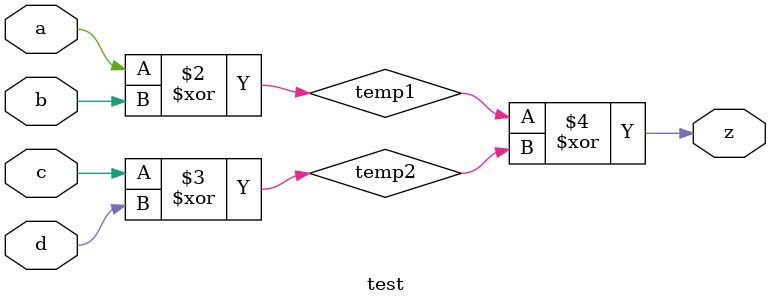
<source format=v>
module test(a, b, c, d, z);
input a, b, c, d;
output z;
reg z, temp1, temp2;

always @(a or b or c or d)
begin
    temp1 = a ^ b;
	temp2 = c ^ d;
	z = temp1 ^ temp2;
end	

endmodule

</source>
